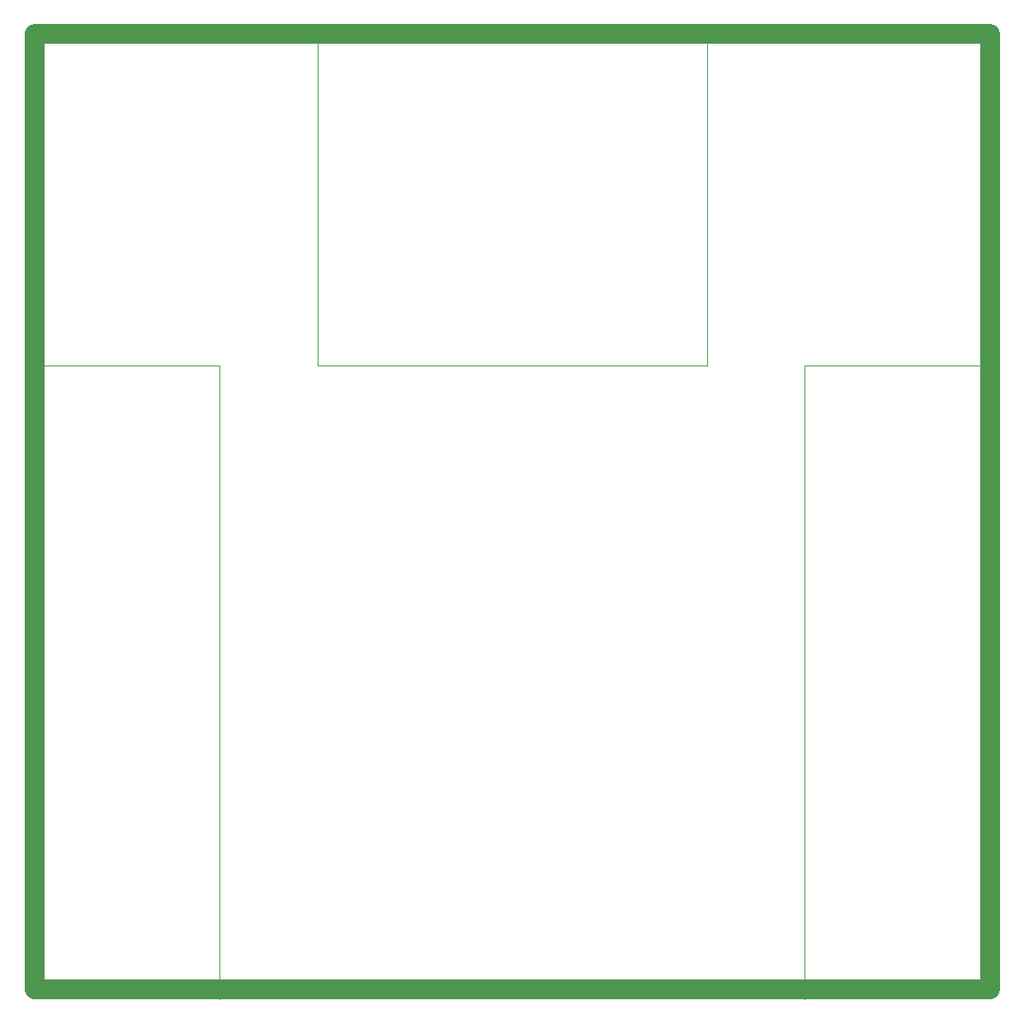
<source format=gbr>
G04 #@! TF.GenerationSoftware,KiCad,Pcbnew,5.1.5+dfsg1-2build2*
G04 #@! TF.CreationDate,2021-02-08T21:47:53-05:00*
G04 #@! TF.ProjectId,hbridgechassis,68627269-6467-4656-9368-61737369732e,rev?*
G04 #@! TF.SameCoordinates,Original*
G04 #@! TF.FileFunction,Legend,Bot*
G04 #@! TF.FilePolarity,Positive*
%FSLAX46Y46*%
G04 Gerber Fmt 4.6, Leading zero omitted, Abs format (unit mm)*
G04 Created by KiCad (PCBNEW 5.1.5+dfsg1-2build2) date 2021-02-08 21:47:53*
%MOMM*%
%LPD*%
G04 APERTURE LIST*
%ADD10C,2.000000*%
%ADD11C,0.120000*%
G04 APERTURE END LIST*
D10*
X149000000Y-51000000D02*
X149000000Y-149000000D01*
X51000000Y-51000000D02*
X51000000Y-149000000D01*
X51000000Y-149000000D02*
X149000000Y-149000000D01*
X51000000Y-51000000D02*
X149000000Y-51000000D01*
D11*
X120000000Y-50000000D02*
X120000000Y-85000000D01*
X80000000Y-50000000D02*
X80000000Y-85000000D01*
X80000000Y-85000000D02*
X120000000Y-85000000D01*
X130000000Y-85000000D02*
X150000000Y-85000000D01*
X130000000Y-85000000D02*
X130000000Y-150000000D01*
X50000000Y-85000000D02*
X70000000Y-85000000D01*
X70000000Y-85000000D02*
X70000000Y-150000000D01*
M02*

</source>
